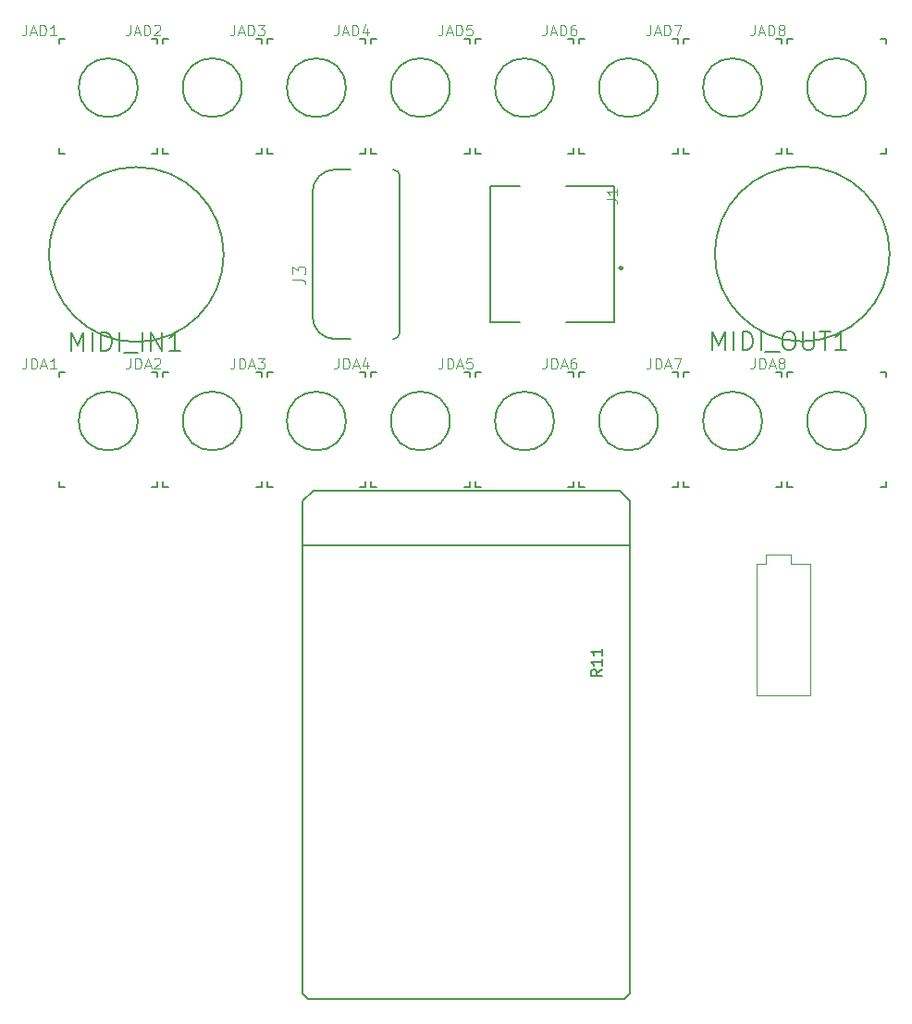
<source format=gbr>
G04 #@! TF.GenerationSoftware,KiCad,Pcbnew,(5.1.4-0-10_14)*
G04 #@! TF.CreationDate,2019-09-27T18:33:15+01:00*
G04 #@! TF.ProjectId,TopBreakout,546f7042-7265-4616-9b6f-75742e6b6963,rev?*
G04 #@! TF.SameCoordinates,Original*
G04 #@! TF.FileFunction,Legend,Top*
G04 #@! TF.FilePolarity,Positive*
%FSLAX46Y46*%
G04 Gerber Fmt 4.6, Leading zero omitted, Abs format (unit mm)*
G04 Created by KiCad (PCBNEW (5.1.4-0-10_14)) date 2019-09-27 18:33:15*
%MOMM*%
%LPD*%
G04 APERTURE LIST*
%ADD10C,0.127000*%
%ADD11C,0.060000*%
%ADD12C,0.080000*%
%ADD13C,0.250000*%
%ADD14C,0.150000*%
%ADD15C,0.168910*%
%ADD16C,0.077216*%
%ADD17C,0.096552*%
%ADD18C,0.076000*%
G04 APERTURE END LIST*
D10*
X132944000Y-117941000D02*
X162944000Y-117941000D01*
X162444000Y-159441000D02*
X133444000Y-159441000D01*
X162944000Y-158941000D02*
X162444000Y-159441000D01*
X162944000Y-117941000D02*
X162944000Y-158941000D01*
X132944000Y-158941000D02*
X133444000Y-159441000D01*
X132944000Y-117941000D02*
X132944000Y-158941000D01*
X162944000Y-113941000D02*
X162944000Y-117941000D01*
X161944000Y-112941000D02*
X162944000Y-113941000D01*
X133944000Y-112941000D02*
X161944000Y-112941000D01*
X132944000Y-113941000D02*
X133944000Y-112941000D01*
X132944000Y-117941000D02*
X132944000Y-113941000D01*
X186689000Y-91313000D02*
G75*
G03X186689000Y-91313000I-8000000J0D01*
G01*
X125729000Y-91368000D02*
G75*
G03X125729000Y-91368000I-8000000J0D01*
G01*
D11*
X179455000Y-131641000D02*
X177655000Y-131641000D01*
X179455000Y-119641000D02*
X179455000Y-131641000D01*
X177655000Y-119641000D02*
X179455000Y-119641000D01*
X174555000Y-131641000D02*
X175355000Y-131641000D01*
X174555000Y-119641000D02*
X174555000Y-131641000D01*
X175355000Y-119641000D02*
X174555000Y-119641000D01*
D12*
X177655000Y-118841000D02*
X177655000Y-119641000D01*
X175355000Y-118841000D02*
X177655000Y-118841000D01*
X175355000Y-119641000D02*
X175355000Y-118841000D01*
X177655000Y-131641000D02*
X175355000Y-131641000D01*
D10*
X184529721Y-106591000D02*
G75*
G03X184529721Y-106591000I-2690721J0D01*
G01*
X186339000Y-102091000D02*
X185839000Y-102091000D01*
X186339000Y-102591000D02*
X186339000Y-102091000D01*
X177339000Y-102091000D02*
X177839000Y-102091000D01*
X177339000Y-102591000D02*
X177339000Y-102091000D01*
X177339000Y-112591000D02*
X177339000Y-112091000D01*
X177839000Y-112591000D02*
X177339000Y-112591000D01*
X186339000Y-112591000D02*
X185839000Y-112591000D01*
X186339000Y-112091000D02*
X186339000Y-112591000D01*
X175004721Y-106591000D02*
G75*
G03X175004721Y-106591000I-2690721J0D01*
G01*
X176814000Y-102091000D02*
X176314000Y-102091000D01*
X176814000Y-102591000D02*
X176814000Y-102091000D01*
X167814000Y-102091000D02*
X168314000Y-102091000D01*
X167814000Y-102591000D02*
X167814000Y-102091000D01*
X167814000Y-112591000D02*
X167814000Y-112091000D01*
X168314000Y-112591000D02*
X167814000Y-112591000D01*
X176814000Y-112591000D02*
X176314000Y-112591000D01*
X176814000Y-112091000D02*
X176814000Y-112591000D01*
X165479721Y-106591000D02*
G75*
G03X165479721Y-106591000I-2690721J0D01*
G01*
X167289000Y-102091000D02*
X166789000Y-102091000D01*
X167289000Y-102591000D02*
X167289000Y-102091000D01*
X158289000Y-102091000D02*
X158789000Y-102091000D01*
X158289000Y-102591000D02*
X158289000Y-102091000D01*
X158289000Y-112591000D02*
X158289000Y-112091000D01*
X158789000Y-112591000D02*
X158289000Y-112591000D01*
X167289000Y-112591000D02*
X166789000Y-112591000D01*
X167289000Y-112091000D02*
X167289000Y-112591000D01*
X155954721Y-106591000D02*
G75*
G03X155954721Y-106591000I-2690721J0D01*
G01*
X157764000Y-102091000D02*
X157264000Y-102091000D01*
X157764000Y-102591000D02*
X157764000Y-102091000D01*
X148764000Y-102091000D02*
X149264000Y-102091000D01*
X148764000Y-102591000D02*
X148764000Y-102091000D01*
X148764000Y-112591000D02*
X148764000Y-112091000D01*
X149264000Y-112591000D02*
X148764000Y-112591000D01*
X157764000Y-112591000D02*
X157264000Y-112591000D01*
X157764000Y-112091000D02*
X157764000Y-112591000D01*
X146429721Y-106591000D02*
G75*
G03X146429721Y-106591000I-2690721J0D01*
G01*
X148239000Y-102091000D02*
X147739000Y-102091000D01*
X148239000Y-102591000D02*
X148239000Y-102091000D01*
X139239000Y-102091000D02*
X139739000Y-102091000D01*
X139239000Y-102591000D02*
X139239000Y-102091000D01*
X139239000Y-112591000D02*
X139239000Y-112091000D01*
X139739000Y-112591000D02*
X139239000Y-112591000D01*
X148239000Y-112591000D02*
X147739000Y-112591000D01*
X148239000Y-112091000D02*
X148239000Y-112591000D01*
X136904721Y-106591000D02*
G75*
G03X136904721Y-106591000I-2690721J0D01*
G01*
X138714000Y-102091000D02*
X138214000Y-102091000D01*
X138714000Y-102591000D02*
X138714000Y-102091000D01*
X129714000Y-102091000D02*
X130214000Y-102091000D01*
X129714000Y-102591000D02*
X129714000Y-102091000D01*
X129714000Y-112591000D02*
X129714000Y-112091000D01*
X130214000Y-112591000D02*
X129714000Y-112591000D01*
X138714000Y-112591000D02*
X138214000Y-112591000D01*
X138714000Y-112091000D02*
X138714000Y-112591000D01*
X127379721Y-106591000D02*
G75*
G03X127379721Y-106591000I-2690721J0D01*
G01*
X129189000Y-102091000D02*
X128689000Y-102091000D01*
X129189000Y-102591000D02*
X129189000Y-102091000D01*
X120189000Y-102091000D02*
X120689000Y-102091000D01*
X120189000Y-102591000D02*
X120189000Y-102091000D01*
X120189000Y-112591000D02*
X120189000Y-112091000D01*
X120689000Y-112591000D02*
X120189000Y-112591000D01*
X129189000Y-112591000D02*
X128689000Y-112591000D01*
X129189000Y-112091000D02*
X129189000Y-112591000D01*
X117854721Y-106591000D02*
G75*
G03X117854721Y-106591000I-2690721J0D01*
G01*
X119664000Y-102091000D02*
X119164000Y-102091000D01*
X119664000Y-102591000D02*
X119664000Y-102091000D01*
X110664000Y-102091000D02*
X111164000Y-102091000D01*
X110664000Y-102591000D02*
X110664000Y-102091000D01*
X110664000Y-112591000D02*
X110664000Y-112091000D01*
X111164000Y-112591000D02*
X110664000Y-112591000D01*
X119664000Y-112591000D02*
X119164000Y-112591000D01*
X119664000Y-112091000D02*
X119664000Y-112591000D01*
X184529721Y-76111100D02*
G75*
G03X184529721Y-76111100I-2690721J0D01*
G01*
X186339000Y-71611100D02*
X185839000Y-71611100D01*
X186339000Y-72111100D02*
X186339000Y-71611100D01*
X177339000Y-71611100D02*
X177839000Y-71611100D01*
X177339000Y-72111100D02*
X177339000Y-71611100D01*
X177339000Y-82111100D02*
X177339000Y-81611100D01*
X177839000Y-82111100D02*
X177339000Y-82111100D01*
X186339000Y-82111100D02*
X185839000Y-82111100D01*
X186339000Y-81611100D02*
X186339000Y-82111100D01*
X175004721Y-76111100D02*
G75*
G03X175004721Y-76111100I-2690721J0D01*
G01*
X176814000Y-71611100D02*
X176314000Y-71611100D01*
X176814000Y-72111100D02*
X176814000Y-71611100D01*
X167814000Y-71611100D02*
X168314000Y-71611100D01*
X167814000Y-72111100D02*
X167814000Y-71611100D01*
X167814000Y-82111100D02*
X167814000Y-81611100D01*
X168314000Y-82111100D02*
X167814000Y-82111100D01*
X176814000Y-82111100D02*
X176314000Y-82111100D01*
X176814000Y-81611100D02*
X176814000Y-82111100D01*
X165479721Y-76111100D02*
G75*
G03X165479721Y-76111100I-2690721J0D01*
G01*
X167289000Y-71611100D02*
X166789000Y-71611100D01*
X167289000Y-72111100D02*
X167289000Y-71611100D01*
X158289000Y-71611100D02*
X158789000Y-71611100D01*
X158289000Y-72111100D02*
X158289000Y-71611100D01*
X158289000Y-82111100D02*
X158289000Y-81611100D01*
X158789000Y-82111100D02*
X158289000Y-82111100D01*
X167289000Y-82111100D02*
X166789000Y-82111100D01*
X167289000Y-81611100D02*
X167289000Y-82111100D01*
X155954721Y-76111100D02*
G75*
G03X155954721Y-76111100I-2690721J0D01*
G01*
X157764000Y-71611100D02*
X157264000Y-71611100D01*
X157764000Y-72111100D02*
X157764000Y-71611100D01*
X148764000Y-71611100D02*
X149264000Y-71611100D01*
X148764000Y-72111100D02*
X148764000Y-71611100D01*
X148764000Y-82111100D02*
X148764000Y-81611100D01*
X149264000Y-82111100D02*
X148764000Y-82111100D01*
X157764000Y-82111100D02*
X157264000Y-82111100D01*
X157764000Y-81611100D02*
X157764000Y-82111100D01*
X146429721Y-76111100D02*
G75*
G03X146429721Y-76111100I-2690721J0D01*
G01*
X148239000Y-71611100D02*
X147739000Y-71611100D01*
X148239000Y-72111100D02*
X148239000Y-71611100D01*
X139239000Y-71611100D02*
X139739000Y-71611100D01*
X139239000Y-72111100D02*
X139239000Y-71611100D01*
X139239000Y-82111100D02*
X139239000Y-81611100D01*
X139739000Y-82111100D02*
X139239000Y-82111100D01*
X148239000Y-82111100D02*
X147739000Y-82111100D01*
X148239000Y-81611100D02*
X148239000Y-82111100D01*
X136904721Y-76111100D02*
G75*
G03X136904721Y-76111100I-2690721J0D01*
G01*
X138714000Y-71611100D02*
X138214000Y-71611100D01*
X138714000Y-72111100D02*
X138714000Y-71611100D01*
X129714000Y-71611100D02*
X130214000Y-71611100D01*
X129714000Y-72111100D02*
X129714000Y-71611100D01*
X129714000Y-82111100D02*
X129714000Y-81611100D01*
X130214000Y-82111100D02*
X129714000Y-82111100D01*
X138714000Y-82111100D02*
X138214000Y-82111100D01*
X138714000Y-81611100D02*
X138714000Y-82111100D01*
X127379721Y-76111100D02*
G75*
G03X127379721Y-76111100I-2690721J0D01*
G01*
X129189000Y-71611100D02*
X128689000Y-71611100D01*
X129189000Y-72111100D02*
X129189000Y-71611100D01*
X120189000Y-71611100D02*
X120689000Y-71611100D01*
X120189000Y-72111100D02*
X120189000Y-71611100D01*
X120189000Y-82111100D02*
X120189000Y-81611100D01*
X120689000Y-82111100D02*
X120189000Y-82111100D01*
X129189000Y-82111100D02*
X128689000Y-82111100D01*
X129189000Y-81611100D02*
X129189000Y-82111100D01*
X117854721Y-76111100D02*
G75*
G03X117854721Y-76111100I-2690721J0D01*
G01*
X119664000Y-71611100D02*
X119164000Y-71611100D01*
X119664000Y-72111100D02*
X119664000Y-71611100D01*
X110664000Y-71611100D02*
X111164000Y-71611100D01*
X110664000Y-72111100D02*
X110664000Y-71611100D01*
X110664000Y-82111100D02*
X110664000Y-81611100D01*
X111164000Y-82111100D02*
X110664000Y-82111100D01*
X119664000Y-82111100D02*
X119164000Y-82111100D01*
X119664000Y-81611100D02*
X119664000Y-82111100D01*
X135914000Y-83601100D02*
X137340000Y-83601100D01*
X135914000Y-83601100D02*
G75*
G03X133864000Y-85651100I0J-2050000D01*
G01*
X133864000Y-97051100D02*
X133864000Y-85651100D01*
X133864000Y-97051100D02*
G75*
G03X135914000Y-99101100I2050000J0D01*
G01*
X137340000Y-99101100D02*
X135914000Y-99101100D01*
X141248000Y-99101100D02*
G75*
G03X141864000Y-98485100I0J616000D01*
G01*
X141864000Y-84217100D02*
X141864000Y-98485100D01*
X141864000Y-84217100D02*
G75*
G03X141248000Y-83601100I-616000J0D01*
G01*
D13*
X162224000Y-92601100D02*
G75*
G03X162224000Y-92601100I-125000J0D01*
G01*
D14*
X157049000Y-85151100D02*
X161504000Y-85151100D01*
X150104000Y-85151100D02*
X152799000Y-85151100D01*
X150104000Y-85151100D02*
X150104000Y-97551100D01*
X157049000Y-97551100D02*
X161504000Y-97551100D01*
X150104000Y-97551100D02*
X152799000Y-97551100D01*
X161504000Y-85151100D02*
X161504000Y-97551100D01*
D15*
X170476608Y-100122566D02*
X170476608Y-98433466D01*
X171039641Y-99639966D01*
X171602675Y-98433466D01*
X171602675Y-100122566D01*
X172407008Y-100122566D02*
X172407008Y-98433466D01*
X173211341Y-100122566D02*
X173211341Y-98433466D01*
X173613508Y-98433466D01*
X173854808Y-98513900D01*
X174015675Y-98674766D01*
X174096108Y-98835633D01*
X174176541Y-99157366D01*
X174176541Y-99398666D01*
X174096108Y-99720400D01*
X174015675Y-99881266D01*
X173854808Y-100042133D01*
X173613508Y-100122566D01*
X173211341Y-100122566D01*
X174900441Y-100122566D02*
X174900441Y-98433466D01*
X175302608Y-100283433D02*
X176589541Y-100283433D01*
X177313441Y-98433466D02*
X177635175Y-98433466D01*
X177796041Y-98513900D01*
X177956908Y-98674766D01*
X178037341Y-98996500D01*
X178037341Y-99559533D01*
X177956908Y-99881266D01*
X177796041Y-100042133D01*
X177635175Y-100122566D01*
X177313441Y-100122566D01*
X177152575Y-100042133D01*
X176991708Y-99881266D01*
X176911275Y-99559533D01*
X176911275Y-98996500D01*
X176991708Y-98674766D01*
X177152575Y-98513900D01*
X177313441Y-98433466D01*
X178761241Y-98433466D02*
X178761241Y-99800833D01*
X178841675Y-99961700D01*
X178922108Y-100042133D01*
X179082975Y-100122566D01*
X179404708Y-100122566D01*
X179565575Y-100042133D01*
X179646008Y-99961700D01*
X179726441Y-99800833D01*
X179726441Y-98433466D01*
X180289475Y-98433466D02*
X181254675Y-98433466D01*
X180772075Y-100122566D02*
X180772075Y-98433466D01*
X182702475Y-100122566D02*
X181737275Y-100122566D01*
X182219875Y-100122566D02*
X182219875Y-98433466D01*
X182059008Y-98674766D01*
X181898141Y-98835633D01*
X181737275Y-98916066D01*
X111768741Y-100177566D02*
X111768741Y-98488466D01*
X112331775Y-99694966D01*
X112894808Y-98488466D01*
X112894808Y-100177566D01*
X113699141Y-100177566D02*
X113699141Y-98488466D01*
X114503475Y-100177566D02*
X114503475Y-98488466D01*
X114905641Y-98488466D01*
X115146941Y-98568900D01*
X115307808Y-98729766D01*
X115388241Y-98890633D01*
X115468675Y-99212366D01*
X115468675Y-99453666D01*
X115388241Y-99775400D01*
X115307808Y-99936266D01*
X115146941Y-100097133D01*
X114905641Y-100177566D01*
X114503475Y-100177566D01*
X116192575Y-100177566D02*
X116192575Y-98488466D01*
X116594741Y-100338433D02*
X117881675Y-100338433D01*
X118283841Y-100177566D02*
X118283841Y-98488466D01*
X119088175Y-100177566D02*
X119088175Y-98488466D01*
X120053375Y-100177566D01*
X120053375Y-98488466D01*
X121742475Y-100177566D02*
X120777275Y-100177566D01*
X121259875Y-100177566D02*
X121259875Y-98488466D01*
X121099008Y-98729766D01*
X120938141Y-98890633D01*
X120777275Y-98971066D01*
D14*
X160350460Y-129334497D02*
X159874270Y-129667830D01*
X160350460Y-129905925D02*
X159350460Y-129905925D01*
X159350460Y-129524973D01*
X159398080Y-129429735D01*
X159445699Y-129382116D01*
X159540937Y-129334497D01*
X159683794Y-129334497D01*
X159779032Y-129382116D01*
X159826651Y-129429735D01*
X159874270Y-129524973D01*
X159874270Y-129905925D01*
X160350460Y-128382116D02*
X160350460Y-128953544D01*
X160350460Y-128667830D02*
X159350460Y-128667830D01*
X159493318Y-128763068D01*
X159588556Y-128858306D01*
X159636175Y-128953544D01*
X160350460Y-127429735D02*
X160350460Y-128001163D01*
X160350460Y-127715449D02*
X159350460Y-127715449D01*
X159493318Y-127810687D01*
X159588556Y-127905925D01*
X159636175Y-128001163D01*
D16*
X174326047Y-100855438D02*
X174326047Y-101544866D01*
X174280085Y-101682752D01*
X174188161Y-101774676D01*
X174050276Y-101820638D01*
X173958352Y-101820638D01*
X174785666Y-101820638D02*
X174785666Y-100855438D01*
X175015476Y-100855438D01*
X175153361Y-100901400D01*
X175245285Y-100993323D01*
X175291247Y-101085247D01*
X175337209Y-101269095D01*
X175337209Y-101406980D01*
X175291247Y-101590828D01*
X175245285Y-101682752D01*
X175153361Y-101774676D01*
X175015476Y-101820638D01*
X174785666Y-101820638D01*
X175704904Y-101544866D02*
X176164523Y-101544866D01*
X175612981Y-101820638D02*
X175934714Y-100855438D01*
X176256447Y-101820638D01*
X176716066Y-101269095D02*
X176624142Y-101223133D01*
X176578181Y-101177171D01*
X176532219Y-101085247D01*
X176532219Y-101039285D01*
X176578181Y-100947361D01*
X176624142Y-100901400D01*
X176716066Y-100855438D01*
X176899914Y-100855438D01*
X176991838Y-100901400D01*
X177037800Y-100947361D01*
X177083761Y-101039285D01*
X177083761Y-101085247D01*
X177037800Y-101177171D01*
X176991838Y-101223133D01*
X176899914Y-101269095D01*
X176716066Y-101269095D01*
X176624142Y-101315057D01*
X176578181Y-101361019D01*
X176532219Y-101452942D01*
X176532219Y-101636790D01*
X176578181Y-101728714D01*
X176624142Y-101774676D01*
X176716066Y-101820638D01*
X176899914Y-101820638D01*
X176991838Y-101774676D01*
X177037800Y-101728714D01*
X177083761Y-101636790D01*
X177083761Y-101452942D01*
X177037800Y-101361019D01*
X176991838Y-101315057D01*
X176899914Y-101269095D01*
X164801047Y-100855438D02*
X164801047Y-101544866D01*
X164755085Y-101682752D01*
X164663161Y-101774676D01*
X164525276Y-101820638D01*
X164433352Y-101820638D01*
X165260666Y-101820638D02*
X165260666Y-100855438D01*
X165490476Y-100855438D01*
X165628361Y-100901400D01*
X165720285Y-100993323D01*
X165766247Y-101085247D01*
X165812209Y-101269095D01*
X165812209Y-101406980D01*
X165766247Y-101590828D01*
X165720285Y-101682752D01*
X165628361Y-101774676D01*
X165490476Y-101820638D01*
X165260666Y-101820638D01*
X166179904Y-101544866D02*
X166639523Y-101544866D01*
X166087981Y-101820638D02*
X166409714Y-100855438D01*
X166731447Y-101820638D01*
X166961257Y-100855438D02*
X167604723Y-100855438D01*
X167191066Y-101820638D01*
X155276047Y-100855438D02*
X155276047Y-101544866D01*
X155230085Y-101682752D01*
X155138161Y-101774676D01*
X155000276Y-101820638D01*
X154908352Y-101820638D01*
X155735666Y-101820638D02*
X155735666Y-100855438D01*
X155965476Y-100855438D01*
X156103361Y-100901400D01*
X156195285Y-100993323D01*
X156241247Y-101085247D01*
X156287209Y-101269095D01*
X156287209Y-101406980D01*
X156241247Y-101590828D01*
X156195285Y-101682752D01*
X156103361Y-101774676D01*
X155965476Y-101820638D01*
X155735666Y-101820638D01*
X156654904Y-101544866D02*
X157114523Y-101544866D01*
X156562981Y-101820638D02*
X156884714Y-100855438D01*
X157206447Y-101820638D01*
X157941838Y-100855438D02*
X157757990Y-100855438D01*
X157666066Y-100901400D01*
X157620104Y-100947361D01*
X157528181Y-101085247D01*
X157482219Y-101269095D01*
X157482219Y-101636790D01*
X157528181Y-101728714D01*
X157574142Y-101774676D01*
X157666066Y-101820638D01*
X157849914Y-101820638D01*
X157941838Y-101774676D01*
X157987800Y-101728714D01*
X158033761Y-101636790D01*
X158033761Y-101406980D01*
X157987800Y-101315057D01*
X157941838Y-101269095D01*
X157849914Y-101223133D01*
X157666066Y-101223133D01*
X157574142Y-101269095D01*
X157528181Y-101315057D01*
X157482219Y-101406980D01*
X145751047Y-100855438D02*
X145751047Y-101544866D01*
X145705085Y-101682752D01*
X145613161Y-101774676D01*
X145475276Y-101820638D01*
X145383352Y-101820638D01*
X146210666Y-101820638D02*
X146210666Y-100855438D01*
X146440476Y-100855438D01*
X146578361Y-100901400D01*
X146670285Y-100993323D01*
X146716247Y-101085247D01*
X146762209Y-101269095D01*
X146762209Y-101406980D01*
X146716247Y-101590828D01*
X146670285Y-101682752D01*
X146578361Y-101774676D01*
X146440476Y-101820638D01*
X146210666Y-101820638D01*
X147129904Y-101544866D02*
X147589523Y-101544866D01*
X147037981Y-101820638D02*
X147359714Y-100855438D01*
X147681447Y-101820638D01*
X148462800Y-100855438D02*
X148003181Y-100855438D01*
X147957219Y-101315057D01*
X148003181Y-101269095D01*
X148095104Y-101223133D01*
X148324914Y-101223133D01*
X148416838Y-101269095D01*
X148462800Y-101315057D01*
X148508761Y-101406980D01*
X148508761Y-101636790D01*
X148462800Y-101728714D01*
X148416838Y-101774676D01*
X148324914Y-101820638D01*
X148095104Y-101820638D01*
X148003181Y-101774676D01*
X147957219Y-101728714D01*
X136226047Y-100855438D02*
X136226047Y-101544866D01*
X136180085Y-101682752D01*
X136088161Y-101774676D01*
X135950276Y-101820638D01*
X135858352Y-101820638D01*
X136685666Y-101820638D02*
X136685666Y-100855438D01*
X136915476Y-100855438D01*
X137053361Y-100901400D01*
X137145285Y-100993323D01*
X137191247Y-101085247D01*
X137237209Y-101269095D01*
X137237209Y-101406980D01*
X137191247Y-101590828D01*
X137145285Y-101682752D01*
X137053361Y-101774676D01*
X136915476Y-101820638D01*
X136685666Y-101820638D01*
X137604904Y-101544866D02*
X138064523Y-101544866D01*
X137512981Y-101820638D02*
X137834714Y-100855438D01*
X138156447Y-101820638D01*
X138891838Y-101177171D02*
X138891838Y-101820638D01*
X138662028Y-100809476D02*
X138432219Y-101498904D01*
X139029723Y-101498904D01*
X126701047Y-100855438D02*
X126701047Y-101544866D01*
X126655085Y-101682752D01*
X126563161Y-101774676D01*
X126425276Y-101820638D01*
X126333352Y-101820638D01*
X127160666Y-101820638D02*
X127160666Y-100855438D01*
X127390476Y-100855438D01*
X127528361Y-100901400D01*
X127620285Y-100993323D01*
X127666247Y-101085247D01*
X127712209Y-101269095D01*
X127712209Y-101406980D01*
X127666247Y-101590828D01*
X127620285Y-101682752D01*
X127528361Y-101774676D01*
X127390476Y-101820638D01*
X127160666Y-101820638D01*
X128079904Y-101544866D02*
X128539523Y-101544866D01*
X127987981Y-101820638D02*
X128309714Y-100855438D01*
X128631447Y-101820638D01*
X128861257Y-100855438D02*
X129458761Y-100855438D01*
X129137028Y-101223133D01*
X129274914Y-101223133D01*
X129366838Y-101269095D01*
X129412800Y-101315057D01*
X129458761Y-101406980D01*
X129458761Y-101636790D01*
X129412800Y-101728714D01*
X129366838Y-101774676D01*
X129274914Y-101820638D01*
X128999142Y-101820638D01*
X128907219Y-101774676D01*
X128861257Y-101728714D01*
X117176047Y-100855438D02*
X117176047Y-101544866D01*
X117130085Y-101682752D01*
X117038161Y-101774676D01*
X116900276Y-101820638D01*
X116808352Y-101820638D01*
X117635666Y-101820638D02*
X117635666Y-100855438D01*
X117865476Y-100855438D01*
X118003361Y-100901400D01*
X118095285Y-100993323D01*
X118141247Y-101085247D01*
X118187209Y-101269095D01*
X118187209Y-101406980D01*
X118141247Y-101590828D01*
X118095285Y-101682752D01*
X118003361Y-101774676D01*
X117865476Y-101820638D01*
X117635666Y-101820638D01*
X118554904Y-101544866D02*
X119014523Y-101544866D01*
X118462981Y-101820638D02*
X118784714Y-100855438D01*
X119106447Y-101820638D01*
X119382219Y-100947361D02*
X119428181Y-100901400D01*
X119520104Y-100855438D01*
X119749914Y-100855438D01*
X119841838Y-100901400D01*
X119887800Y-100947361D01*
X119933761Y-101039285D01*
X119933761Y-101131209D01*
X119887800Y-101269095D01*
X119336257Y-101820638D01*
X119933761Y-101820638D01*
X107651047Y-100855438D02*
X107651047Y-101544866D01*
X107605085Y-101682752D01*
X107513161Y-101774676D01*
X107375276Y-101820638D01*
X107283352Y-101820638D01*
X108110666Y-101820638D02*
X108110666Y-100855438D01*
X108340476Y-100855438D01*
X108478361Y-100901400D01*
X108570285Y-100993323D01*
X108616247Y-101085247D01*
X108662209Y-101269095D01*
X108662209Y-101406980D01*
X108616247Y-101590828D01*
X108570285Y-101682752D01*
X108478361Y-101774676D01*
X108340476Y-101820638D01*
X108110666Y-101820638D01*
X109029904Y-101544866D02*
X109489523Y-101544866D01*
X108937981Y-101820638D02*
X109259714Y-100855438D01*
X109581447Y-101820638D01*
X110408761Y-101820638D02*
X109857219Y-101820638D01*
X110132990Y-101820638D02*
X110132990Y-100855438D01*
X110041066Y-100993323D01*
X109949142Y-101085247D01*
X109857219Y-101131209D01*
X174326047Y-70375538D02*
X174326047Y-71064966D01*
X174280085Y-71202852D01*
X174188161Y-71294776D01*
X174050276Y-71340738D01*
X173958352Y-71340738D01*
X174739704Y-71064966D02*
X175199323Y-71064966D01*
X174647781Y-71340738D02*
X174969514Y-70375538D01*
X175291247Y-71340738D01*
X175612981Y-71340738D02*
X175612981Y-70375538D01*
X175842790Y-70375538D01*
X175980676Y-70421500D01*
X176072600Y-70513423D01*
X176118561Y-70605347D01*
X176164523Y-70789195D01*
X176164523Y-70927080D01*
X176118561Y-71110928D01*
X176072600Y-71202852D01*
X175980676Y-71294776D01*
X175842790Y-71340738D01*
X175612981Y-71340738D01*
X176716066Y-70789195D02*
X176624142Y-70743233D01*
X176578181Y-70697271D01*
X176532219Y-70605347D01*
X176532219Y-70559385D01*
X176578181Y-70467461D01*
X176624142Y-70421500D01*
X176716066Y-70375538D01*
X176899914Y-70375538D01*
X176991838Y-70421500D01*
X177037800Y-70467461D01*
X177083761Y-70559385D01*
X177083761Y-70605347D01*
X177037800Y-70697271D01*
X176991838Y-70743233D01*
X176899914Y-70789195D01*
X176716066Y-70789195D01*
X176624142Y-70835157D01*
X176578181Y-70881119D01*
X176532219Y-70973042D01*
X176532219Y-71156890D01*
X176578181Y-71248814D01*
X176624142Y-71294776D01*
X176716066Y-71340738D01*
X176899914Y-71340738D01*
X176991838Y-71294776D01*
X177037800Y-71248814D01*
X177083761Y-71156890D01*
X177083761Y-70973042D01*
X177037800Y-70881119D01*
X176991838Y-70835157D01*
X176899914Y-70789195D01*
X164801047Y-70375538D02*
X164801047Y-71064966D01*
X164755085Y-71202852D01*
X164663161Y-71294776D01*
X164525276Y-71340738D01*
X164433352Y-71340738D01*
X165214704Y-71064966D02*
X165674323Y-71064966D01*
X165122781Y-71340738D02*
X165444514Y-70375538D01*
X165766247Y-71340738D01*
X166087981Y-71340738D02*
X166087981Y-70375538D01*
X166317790Y-70375538D01*
X166455676Y-70421500D01*
X166547600Y-70513423D01*
X166593561Y-70605347D01*
X166639523Y-70789195D01*
X166639523Y-70927080D01*
X166593561Y-71110928D01*
X166547600Y-71202852D01*
X166455676Y-71294776D01*
X166317790Y-71340738D01*
X166087981Y-71340738D01*
X166961257Y-70375538D02*
X167604723Y-70375538D01*
X167191066Y-71340738D01*
X155276047Y-70375538D02*
X155276047Y-71064966D01*
X155230085Y-71202852D01*
X155138161Y-71294776D01*
X155000276Y-71340738D01*
X154908352Y-71340738D01*
X155689704Y-71064966D02*
X156149323Y-71064966D01*
X155597781Y-71340738D02*
X155919514Y-70375538D01*
X156241247Y-71340738D01*
X156562981Y-71340738D02*
X156562981Y-70375538D01*
X156792790Y-70375538D01*
X156930676Y-70421500D01*
X157022600Y-70513423D01*
X157068561Y-70605347D01*
X157114523Y-70789195D01*
X157114523Y-70927080D01*
X157068561Y-71110928D01*
X157022600Y-71202852D01*
X156930676Y-71294776D01*
X156792790Y-71340738D01*
X156562981Y-71340738D01*
X157941838Y-70375538D02*
X157757990Y-70375538D01*
X157666066Y-70421500D01*
X157620104Y-70467461D01*
X157528181Y-70605347D01*
X157482219Y-70789195D01*
X157482219Y-71156890D01*
X157528181Y-71248814D01*
X157574142Y-71294776D01*
X157666066Y-71340738D01*
X157849914Y-71340738D01*
X157941838Y-71294776D01*
X157987800Y-71248814D01*
X158033761Y-71156890D01*
X158033761Y-70927080D01*
X157987800Y-70835157D01*
X157941838Y-70789195D01*
X157849914Y-70743233D01*
X157666066Y-70743233D01*
X157574142Y-70789195D01*
X157528181Y-70835157D01*
X157482219Y-70927080D01*
X145751047Y-70375538D02*
X145751047Y-71064966D01*
X145705085Y-71202852D01*
X145613161Y-71294776D01*
X145475276Y-71340738D01*
X145383352Y-71340738D01*
X146164704Y-71064966D02*
X146624323Y-71064966D01*
X146072781Y-71340738D02*
X146394514Y-70375538D01*
X146716247Y-71340738D01*
X147037981Y-71340738D02*
X147037981Y-70375538D01*
X147267790Y-70375538D01*
X147405676Y-70421500D01*
X147497600Y-70513423D01*
X147543561Y-70605347D01*
X147589523Y-70789195D01*
X147589523Y-70927080D01*
X147543561Y-71110928D01*
X147497600Y-71202852D01*
X147405676Y-71294776D01*
X147267790Y-71340738D01*
X147037981Y-71340738D01*
X148462800Y-70375538D02*
X148003181Y-70375538D01*
X147957219Y-70835157D01*
X148003181Y-70789195D01*
X148095104Y-70743233D01*
X148324914Y-70743233D01*
X148416838Y-70789195D01*
X148462800Y-70835157D01*
X148508761Y-70927080D01*
X148508761Y-71156890D01*
X148462800Y-71248814D01*
X148416838Y-71294776D01*
X148324914Y-71340738D01*
X148095104Y-71340738D01*
X148003181Y-71294776D01*
X147957219Y-71248814D01*
X136226047Y-70375538D02*
X136226047Y-71064966D01*
X136180085Y-71202852D01*
X136088161Y-71294776D01*
X135950276Y-71340738D01*
X135858352Y-71340738D01*
X136639704Y-71064966D02*
X137099323Y-71064966D01*
X136547781Y-71340738D02*
X136869514Y-70375538D01*
X137191247Y-71340738D01*
X137512981Y-71340738D02*
X137512981Y-70375538D01*
X137742790Y-70375538D01*
X137880676Y-70421500D01*
X137972600Y-70513423D01*
X138018561Y-70605347D01*
X138064523Y-70789195D01*
X138064523Y-70927080D01*
X138018561Y-71110928D01*
X137972600Y-71202852D01*
X137880676Y-71294776D01*
X137742790Y-71340738D01*
X137512981Y-71340738D01*
X138891838Y-70697271D02*
X138891838Y-71340738D01*
X138662028Y-70329576D02*
X138432219Y-71019004D01*
X139029723Y-71019004D01*
X126701047Y-70375538D02*
X126701047Y-71064966D01*
X126655085Y-71202852D01*
X126563161Y-71294776D01*
X126425276Y-71340738D01*
X126333352Y-71340738D01*
X127114704Y-71064966D02*
X127574323Y-71064966D01*
X127022781Y-71340738D02*
X127344514Y-70375538D01*
X127666247Y-71340738D01*
X127987981Y-71340738D02*
X127987981Y-70375538D01*
X128217790Y-70375538D01*
X128355676Y-70421500D01*
X128447600Y-70513423D01*
X128493561Y-70605347D01*
X128539523Y-70789195D01*
X128539523Y-70927080D01*
X128493561Y-71110928D01*
X128447600Y-71202852D01*
X128355676Y-71294776D01*
X128217790Y-71340738D01*
X127987981Y-71340738D01*
X128861257Y-70375538D02*
X129458761Y-70375538D01*
X129137028Y-70743233D01*
X129274914Y-70743233D01*
X129366838Y-70789195D01*
X129412800Y-70835157D01*
X129458761Y-70927080D01*
X129458761Y-71156890D01*
X129412800Y-71248814D01*
X129366838Y-71294776D01*
X129274914Y-71340738D01*
X128999142Y-71340738D01*
X128907219Y-71294776D01*
X128861257Y-71248814D01*
X117176047Y-70375538D02*
X117176047Y-71064966D01*
X117130085Y-71202852D01*
X117038161Y-71294776D01*
X116900276Y-71340738D01*
X116808352Y-71340738D01*
X117589704Y-71064966D02*
X118049323Y-71064966D01*
X117497781Y-71340738D02*
X117819514Y-70375538D01*
X118141247Y-71340738D01*
X118462981Y-71340738D02*
X118462981Y-70375538D01*
X118692790Y-70375538D01*
X118830676Y-70421500D01*
X118922600Y-70513423D01*
X118968561Y-70605347D01*
X119014523Y-70789195D01*
X119014523Y-70927080D01*
X118968561Y-71110928D01*
X118922600Y-71202852D01*
X118830676Y-71294776D01*
X118692790Y-71340738D01*
X118462981Y-71340738D01*
X119382219Y-70467461D02*
X119428181Y-70421500D01*
X119520104Y-70375538D01*
X119749914Y-70375538D01*
X119841838Y-70421500D01*
X119887800Y-70467461D01*
X119933761Y-70559385D01*
X119933761Y-70651309D01*
X119887800Y-70789195D01*
X119336257Y-71340738D01*
X119933761Y-71340738D01*
X107651047Y-70375538D02*
X107651047Y-71064966D01*
X107605085Y-71202852D01*
X107513161Y-71294776D01*
X107375276Y-71340738D01*
X107283352Y-71340738D01*
X108064704Y-71064966D02*
X108524323Y-71064966D01*
X107972781Y-71340738D02*
X108294514Y-70375538D01*
X108616247Y-71340738D01*
X108937981Y-71340738D02*
X108937981Y-70375538D01*
X109167790Y-70375538D01*
X109305676Y-70421500D01*
X109397600Y-70513423D01*
X109443561Y-70605347D01*
X109489523Y-70789195D01*
X109489523Y-70927080D01*
X109443561Y-71110928D01*
X109397600Y-71202852D01*
X109305676Y-71294776D01*
X109167790Y-71340738D01*
X108937981Y-71340738D01*
X110408761Y-71340738D02*
X109857219Y-71340738D01*
X110132990Y-71340738D02*
X110132990Y-70375538D01*
X110041066Y-70513423D01*
X109949142Y-70605347D01*
X109857219Y-70651309D01*
D17*
X132027569Y-93657168D02*
X132889647Y-93657168D01*
X133062062Y-93714640D01*
X133177006Y-93829584D01*
X133234478Y-94001999D01*
X133234478Y-94116943D01*
X132027569Y-93197393D02*
X132027569Y-92450259D01*
X132487344Y-92852562D01*
X132487344Y-92680147D01*
X132544815Y-92565203D01*
X132602287Y-92507731D01*
X132717231Y-92450259D01*
X133004590Y-92450259D01*
X133119534Y-92507731D01*
X133177006Y-92565203D01*
X133234478Y-92680147D01*
X133234478Y-93024978D01*
X133177006Y-93139922D01*
X133119534Y-93197393D01*
D18*
X160808761Y-86331452D02*
X161487333Y-86331452D01*
X161623047Y-86376690D01*
X161713523Y-86467166D01*
X161758761Y-86602880D01*
X161758761Y-86693357D01*
X161758761Y-85381452D02*
X161758761Y-85924309D01*
X161758761Y-85652880D02*
X160808761Y-85652880D01*
X160944476Y-85743357D01*
X161034952Y-85833833D01*
X161080190Y-85924309D01*
M02*

</source>
